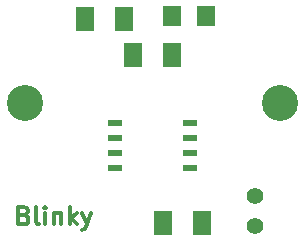
<source format=gts>
G04 (created by PCBNEW (2013-07-07 BZR 4022)-stable) date 1/23/2014 9:04:30 AM*
%MOIN*%
G04 Gerber Fmt 3.4, Leading zero omitted, Abs format*
%FSLAX34Y34*%
G01*
G70*
G90*
G04 APERTURE LIST*
%ADD10C,0.00590551*%
%ADD11C,0.011811*%
%ADD12R,0.045X0.02*%
%ADD13R,0.06X0.08*%
%ADD14C,0.055*%
%ADD15R,0.0629X0.0709*%
%ADD16C,0.12*%
G04 APERTURE END LIST*
G54D10*
G54D11*
X53715Y-60529D02*
X53800Y-60557D01*
X53828Y-60585D01*
X53856Y-60642D01*
X53856Y-60726D01*
X53828Y-60782D01*
X53800Y-60810D01*
X53743Y-60839D01*
X53518Y-60839D01*
X53518Y-60248D01*
X53715Y-60248D01*
X53771Y-60276D01*
X53800Y-60304D01*
X53828Y-60360D01*
X53828Y-60417D01*
X53800Y-60473D01*
X53771Y-60501D01*
X53715Y-60529D01*
X53518Y-60529D01*
X54193Y-60839D02*
X54137Y-60810D01*
X54109Y-60754D01*
X54109Y-60248D01*
X54418Y-60839D02*
X54418Y-60445D01*
X54418Y-60248D02*
X54390Y-60276D01*
X54418Y-60304D01*
X54446Y-60276D01*
X54418Y-60248D01*
X54418Y-60304D01*
X54700Y-60445D02*
X54700Y-60839D01*
X54700Y-60501D02*
X54728Y-60473D01*
X54784Y-60445D01*
X54868Y-60445D01*
X54924Y-60473D01*
X54953Y-60529D01*
X54953Y-60839D01*
X55234Y-60839D02*
X55234Y-60248D01*
X55290Y-60614D02*
X55459Y-60839D01*
X55459Y-60445D02*
X55234Y-60670D01*
X55656Y-60445D02*
X55796Y-60839D01*
X55937Y-60445D02*
X55796Y-60839D01*
X55740Y-60979D01*
X55712Y-61007D01*
X55656Y-61035D01*
G54D12*
X59250Y-57450D03*
X59250Y-57950D03*
X59250Y-58450D03*
X59250Y-58950D03*
X56750Y-58950D03*
X56750Y-58450D03*
X56750Y-57950D03*
X56750Y-57450D03*
G54D13*
X57350Y-55200D03*
X58650Y-55200D03*
X59650Y-60800D03*
X58350Y-60800D03*
X55750Y-54000D03*
X57050Y-54000D03*
G54D14*
X61400Y-59900D03*
X61400Y-60900D03*
G54D15*
X58641Y-53900D03*
X59759Y-53900D03*
G54D16*
X53750Y-56800D03*
X62250Y-56800D03*
M02*

</source>
